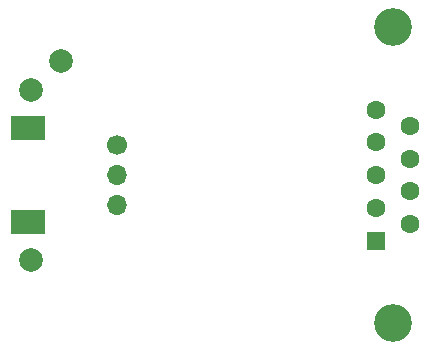
<source format=gbs>
G04 #@! TF.GenerationSoftware,KiCad,Pcbnew,7.0.1*
G04 #@! TF.CreationDate,2023-03-20T20:32:02+09:00*
G04 #@! TF.ProjectId,usbRS232C,75736252-5332-4333-9243-2e6b69636164,V1.0*
G04 #@! TF.SameCoordinates,Original*
G04 #@! TF.FileFunction,Soldermask,Bot*
G04 #@! TF.FilePolarity,Negative*
%FSLAX46Y46*%
G04 Gerber Fmt 4.6, Leading zero omitted, Abs format (unit mm)*
G04 Created by KiCad (PCBNEW 7.0.1) date 2023-03-20 20:32:02*
%MOMM*%
%LPD*%
G01*
G04 APERTURE LIST*
%ADD10C,1.700000*%
%ADD11O,1.700000X1.700000*%
%ADD12C,2.000000*%
%ADD13R,3.000000X2.000000*%
%ADD14C,3.200000*%
%ADD15R,1.600000X1.600000*%
%ADD16C,1.600000*%
G04 APERTURE END LIST*
D10*
X-10000000Y2540000D03*
D11*
X-10000000Y0D03*
X-10000000Y-2540000D03*
D12*
X-17200000Y-7200000D03*
D13*
X-17500000Y4000000D03*
X-17500000Y-4000000D03*
D14*
X13420000Y-12500000D03*
X13420000Y12500000D03*
D15*
X12000000Y-5540000D03*
D16*
X12000000Y-2770000D03*
X12000000Y0D03*
X12000000Y2770000D03*
X12000000Y5540000D03*
X14840000Y-4155000D03*
X14840000Y-1385000D03*
X14840000Y1385000D03*
X14840000Y4155000D03*
D12*
X-17200000Y7200000D03*
X-14700000Y9700000D03*
M02*

</source>
